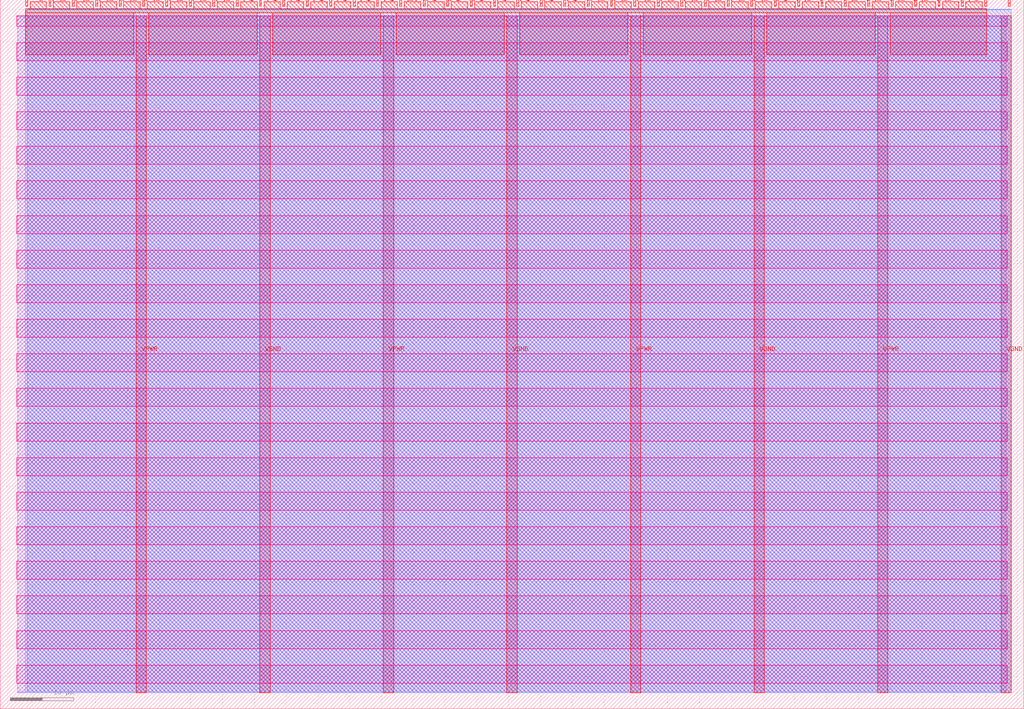
<source format=lef>
VERSION 5.7 ;
  NOWIREEXTENSIONATPIN ON ;
  DIVIDERCHAR "/" ;
  BUSBITCHARS "[]" ;
MACRO tt_um_wokwi_395599496098067457
  CLASS BLOCK ;
  FOREIGN tt_um_wokwi_395599496098067457 ;
  ORIGIN 0.000 0.000 ;
  SIZE 161.000 BY 111.520 ;
  PIN VGND
    DIRECTION INOUT ;
    USE GROUND ;
    PORT
      LAYER met4 ;
        RECT 40.830 2.480 42.430 109.040 ;
    END
    PORT
      LAYER met4 ;
        RECT 79.700 2.480 81.300 109.040 ;
    END
    PORT
      LAYER met4 ;
        RECT 118.570 2.480 120.170 109.040 ;
    END
    PORT
      LAYER met4 ;
        RECT 157.440 2.480 159.040 109.040 ;
    END
  END VGND
  PIN VPWR
    DIRECTION INOUT ;
    USE POWER ;
    PORT
      LAYER met4 ;
        RECT 21.395 2.480 22.995 109.040 ;
    END
    PORT
      LAYER met4 ;
        RECT 60.265 2.480 61.865 109.040 ;
    END
    PORT
      LAYER met4 ;
        RECT 99.135 2.480 100.735 109.040 ;
    END
    PORT
      LAYER met4 ;
        RECT 138.005 2.480 139.605 109.040 ;
    END
  END VPWR
  PIN clk
    DIRECTION INPUT ;
    USE SIGNAL ;
    ANTENNAGATEAREA 0.852000 ;
    PORT
      LAYER met4 ;
        RECT 154.870 110.520 155.170 111.520 ;
    END
  END clk
  PIN ena
    DIRECTION INPUT ;
    USE SIGNAL ;
    PORT
      LAYER met4 ;
        RECT 158.550 110.520 158.850 111.520 ;
    END
  END ena
  PIN rst_n
    DIRECTION INPUT ;
    USE SIGNAL ;
    PORT
      LAYER met4 ;
        RECT 151.190 110.520 151.490 111.520 ;
    END
  END rst_n
  PIN ui_in[0]
    DIRECTION INPUT ;
    USE SIGNAL ;
    ANTENNAGATEAREA 0.213000 ;
    PORT
      LAYER met4 ;
        RECT 147.510 110.520 147.810 111.520 ;
    END
  END ui_in[0]
  PIN ui_in[1]
    DIRECTION INPUT ;
    USE SIGNAL ;
    ANTENNAGATEAREA 0.213000 ;
    PORT
      LAYER met4 ;
        RECT 143.830 110.520 144.130 111.520 ;
    END
  END ui_in[1]
  PIN ui_in[2]
    DIRECTION INPUT ;
    USE SIGNAL ;
    PORT
      LAYER met4 ;
        RECT 140.150 110.520 140.450 111.520 ;
    END
  END ui_in[2]
  PIN ui_in[3]
    DIRECTION INPUT ;
    USE SIGNAL ;
    PORT
      LAYER met4 ;
        RECT 136.470 110.520 136.770 111.520 ;
    END
  END ui_in[3]
  PIN ui_in[4]
    DIRECTION INPUT ;
    USE SIGNAL ;
    PORT
      LAYER met4 ;
        RECT 132.790 110.520 133.090 111.520 ;
    END
  END ui_in[4]
  PIN ui_in[5]
    DIRECTION INPUT ;
    USE SIGNAL ;
    PORT
      LAYER met4 ;
        RECT 129.110 110.520 129.410 111.520 ;
    END
  END ui_in[5]
  PIN ui_in[6]
    DIRECTION INPUT ;
    USE SIGNAL ;
    PORT
      LAYER met4 ;
        RECT 125.430 110.520 125.730 111.520 ;
    END
  END ui_in[6]
  PIN ui_in[7]
    DIRECTION INPUT ;
    USE SIGNAL ;
    PORT
      LAYER met4 ;
        RECT 121.750 110.520 122.050 111.520 ;
    END
  END ui_in[7]
  PIN uio_in[0]
    DIRECTION INPUT ;
    USE SIGNAL ;
    PORT
      LAYER met4 ;
        RECT 118.070 110.520 118.370 111.520 ;
    END
  END uio_in[0]
  PIN uio_in[1]
    DIRECTION INPUT ;
    USE SIGNAL ;
    PORT
      LAYER met4 ;
        RECT 114.390 110.520 114.690 111.520 ;
    END
  END uio_in[1]
  PIN uio_in[2]
    DIRECTION INPUT ;
    USE SIGNAL ;
    PORT
      LAYER met4 ;
        RECT 110.710 110.520 111.010 111.520 ;
    END
  END uio_in[2]
  PIN uio_in[3]
    DIRECTION INPUT ;
    USE SIGNAL ;
    PORT
      LAYER met4 ;
        RECT 107.030 110.520 107.330 111.520 ;
    END
  END uio_in[3]
  PIN uio_in[4]
    DIRECTION INPUT ;
    USE SIGNAL ;
    PORT
      LAYER met4 ;
        RECT 103.350 110.520 103.650 111.520 ;
    END
  END uio_in[4]
  PIN uio_in[5]
    DIRECTION INPUT ;
    USE SIGNAL ;
    PORT
      LAYER met4 ;
        RECT 99.670 110.520 99.970 111.520 ;
    END
  END uio_in[5]
  PIN uio_in[6]
    DIRECTION INPUT ;
    USE SIGNAL ;
    PORT
      LAYER met4 ;
        RECT 95.990 110.520 96.290 111.520 ;
    END
  END uio_in[6]
  PIN uio_in[7]
    DIRECTION INPUT ;
    USE SIGNAL ;
    PORT
      LAYER met4 ;
        RECT 92.310 110.520 92.610 111.520 ;
    END
  END uio_in[7]
  PIN uio_oe[0]
    DIRECTION OUTPUT TRISTATE ;
    USE SIGNAL ;
    PORT
      LAYER met4 ;
        RECT 29.750 110.520 30.050 111.520 ;
    END
  END uio_oe[0]
  PIN uio_oe[1]
    DIRECTION OUTPUT TRISTATE ;
    USE SIGNAL ;
    PORT
      LAYER met4 ;
        RECT 26.070 110.520 26.370 111.520 ;
    END
  END uio_oe[1]
  PIN uio_oe[2]
    DIRECTION OUTPUT TRISTATE ;
    USE SIGNAL ;
    PORT
      LAYER met4 ;
        RECT 22.390 110.520 22.690 111.520 ;
    END
  END uio_oe[2]
  PIN uio_oe[3]
    DIRECTION OUTPUT TRISTATE ;
    USE SIGNAL ;
    PORT
      LAYER met4 ;
        RECT 18.710 110.520 19.010 111.520 ;
    END
  END uio_oe[3]
  PIN uio_oe[4]
    DIRECTION OUTPUT TRISTATE ;
    USE SIGNAL ;
    PORT
      LAYER met4 ;
        RECT 15.030 110.520 15.330 111.520 ;
    END
  END uio_oe[4]
  PIN uio_oe[5]
    DIRECTION OUTPUT TRISTATE ;
    USE SIGNAL ;
    PORT
      LAYER met4 ;
        RECT 11.350 110.520 11.650 111.520 ;
    END
  END uio_oe[5]
  PIN uio_oe[6]
    DIRECTION OUTPUT TRISTATE ;
    USE SIGNAL ;
    PORT
      LAYER met4 ;
        RECT 7.670 110.520 7.970 111.520 ;
    END
  END uio_oe[6]
  PIN uio_oe[7]
    DIRECTION OUTPUT TRISTATE ;
    USE SIGNAL ;
    PORT
      LAYER met4 ;
        RECT 3.990 110.520 4.290 111.520 ;
    END
  END uio_oe[7]
  PIN uio_out[0]
    DIRECTION OUTPUT TRISTATE ;
    USE SIGNAL ;
    PORT
      LAYER met4 ;
        RECT 59.190 110.520 59.490 111.520 ;
    END
  END uio_out[0]
  PIN uio_out[1]
    DIRECTION OUTPUT TRISTATE ;
    USE SIGNAL ;
    PORT
      LAYER met4 ;
        RECT 55.510 110.520 55.810 111.520 ;
    END
  END uio_out[1]
  PIN uio_out[2]
    DIRECTION OUTPUT TRISTATE ;
    USE SIGNAL ;
    PORT
      LAYER met4 ;
        RECT 51.830 110.520 52.130 111.520 ;
    END
  END uio_out[2]
  PIN uio_out[3]
    DIRECTION OUTPUT TRISTATE ;
    USE SIGNAL ;
    PORT
      LAYER met4 ;
        RECT 48.150 110.520 48.450 111.520 ;
    END
  END uio_out[3]
  PIN uio_out[4]
    DIRECTION OUTPUT TRISTATE ;
    USE SIGNAL ;
    PORT
      LAYER met4 ;
        RECT 44.470 110.520 44.770 111.520 ;
    END
  END uio_out[4]
  PIN uio_out[5]
    DIRECTION OUTPUT TRISTATE ;
    USE SIGNAL ;
    PORT
      LAYER met4 ;
        RECT 40.790 110.520 41.090 111.520 ;
    END
  END uio_out[5]
  PIN uio_out[6]
    DIRECTION OUTPUT TRISTATE ;
    USE SIGNAL ;
    PORT
      LAYER met4 ;
        RECT 37.110 110.520 37.410 111.520 ;
    END
  END uio_out[6]
  PIN uio_out[7]
    DIRECTION OUTPUT TRISTATE ;
    USE SIGNAL ;
    PORT
      LAYER met4 ;
        RECT 33.430 110.520 33.730 111.520 ;
    END
  END uio_out[7]
  PIN uo_out[0]
    DIRECTION OUTPUT TRISTATE ;
    USE SIGNAL ;
    ANTENNADIFFAREA 0.795200 ;
    PORT
      LAYER met4 ;
        RECT 88.630 110.520 88.930 111.520 ;
    END
  END uo_out[0]
  PIN uo_out[1]
    DIRECTION OUTPUT TRISTATE ;
    USE SIGNAL ;
    ANTENNADIFFAREA 0.445500 ;
    PORT
      LAYER met4 ;
        RECT 84.950 110.520 85.250 111.520 ;
    END
  END uo_out[1]
  PIN uo_out[2]
    DIRECTION OUTPUT TRISTATE ;
    USE SIGNAL ;
    ANTENNADIFFAREA 0.445500 ;
    PORT
      LAYER met4 ;
        RECT 81.270 110.520 81.570 111.520 ;
    END
  END uo_out[2]
  PIN uo_out[3]
    DIRECTION OUTPUT TRISTATE ;
    USE SIGNAL ;
    ANTENNADIFFAREA 0.445500 ;
    PORT
      LAYER met4 ;
        RECT 77.590 110.520 77.890 111.520 ;
    END
  END uo_out[3]
  PIN uo_out[4]
    DIRECTION OUTPUT TRISTATE ;
    USE SIGNAL ;
    ANTENNADIFFAREA 0.795200 ;
    PORT
      LAYER met4 ;
        RECT 73.910 110.520 74.210 111.520 ;
    END
  END uo_out[4]
  PIN uo_out[5]
    DIRECTION OUTPUT TRISTATE ;
    USE SIGNAL ;
    ANTENNADIFFAREA 0.445500 ;
    PORT
      LAYER met4 ;
        RECT 70.230 110.520 70.530 111.520 ;
    END
  END uo_out[5]
  PIN uo_out[6]
    DIRECTION OUTPUT TRISTATE ;
    USE SIGNAL ;
    ANTENNADIFFAREA 0.445500 ;
    PORT
      LAYER met4 ;
        RECT 66.550 110.520 66.850 111.520 ;
    END
  END uo_out[6]
  PIN uo_out[7]
    DIRECTION OUTPUT TRISTATE ;
    USE SIGNAL ;
    PORT
      LAYER met4 ;
        RECT 62.870 110.520 63.170 111.520 ;
    END
  END uo_out[7]
  OBS
      LAYER nwell ;
        RECT 2.570 107.385 158.430 108.990 ;
        RECT 2.570 101.945 158.430 104.775 ;
        RECT 2.570 96.505 158.430 99.335 ;
        RECT 2.570 91.065 158.430 93.895 ;
        RECT 2.570 85.625 158.430 88.455 ;
        RECT 2.570 80.185 158.430 83.015 ;
        RECT 2.570 74.745 158.430 77.575 ;
        RECT 2.570 69.305 158.430 72.135 ;
        RECT 2.570 63.865 158.430 66.695 ;
        RECT 2.570 58.425 158.430 61.255 ;
        RECT 2.570 52.985 158.430 55.815 ;
        RECT 2.570 47.545 158.430 50.375 ;
        RECT 2.570 42.105 158.430 44.935 ;
        RECT 2.570 36.665 158.430 39.495 ;
        RECT 2.570 31.225 158.430 34.055 ;
        RECT 2.570 25.785 158.430 28.615 ;
        RECT 2.570 20.345 158.430 23.175 ;
        RECT 2.570 14.905 158.430 17.735 ;
        RECT 2.570 9.465 158.430 12.295 ;
        RECT 2.570 4.025 158.430 6.855 ;
      LAYER li1 ;
        RECT 2.760 2.635 158.240 108.885 ;
      LAYER met1 ;
        RECT 2.760 2.480 159.040 109.040 ;
      LAYER met2 ;
        RECT 4.230 2.535 159.010 110.005 ;
      LAYER met3 ;
        RECT 3.950 2.555 159.030 109.985 ;
      LAYER met4 ;
        RECT 4.690 110.120 7.270 111.170 ;
        RECT 8.370 110.120 10.950 111.170 ;
        RECT 12.050 110.120 14.630 111.170 ;
        RECT 15.730 110.120 18.310 111.170 ;
        RECT 19.410 110.120 21.990 111.170 ;
        RECT 23.090 110.120 25.670 111.170 ;
        RECT 26.770 110.120 29.350 111.170 ;
        RECT 30.450 110.120 33.030 111.170 ;
        RECT 34.130 110.120 36.710 111.170 ;
        RECT 37.810 110.120 40.390 111.170 ;
        RECT 41.490 110.120 44.070 111.170 ;
        RECT 45.170 110.120 47.750 111.170 ;
        RECT 48.850 110.120 51.430 111.170 ;
        RECT 52.530 110.120 55.110 111.170 ;
        RECT 56.210 110.120 58.790 111.170 ;
        RECT 59.890 110.120 62.470 111.170 ;
        RECT 63.570 110.120 66.150 111.170 ;
        RECT 67.250 110.120 69.830 111.170 ;
        RECT 70.930 110.120 73.510 111.170 ;
        RECT 74.610 110.120 77.190 111.170 ;
        RECT 78.290 110.120 80.870 111.170 ;
        RECT 81.970 110.120 84.550 111.170 ;
        RECT 85.650 110.120 88.230 111.170 ;
        RECT 89.330 110.120 91.910 111.170 ;
        RECT 93.010 110.120 95.590 111.170 ;
        RECT 96.690 110.120 99.270 111.170 ;
        RECT 100.370 110.120 102.950 111.170 ;
        RECT 104.050 110.120 106.630 111.170 ;
        RECT 107.730 110.120 110.310 111.170 ;
        RECT 111.410 110.120 113.990 111.170 ;
        RECT 115.090 110.120 117.670 111.170 ;
        RECT 118.770 110.120 121.350 111.170 ;
        RECT 122.450 110.120 125.030 111.170 ;
        RECT 126.130 110.120 128.710 111.170 ;
        RECT 129.810 110.120 132.390 111.170 ;
        RECT 133.490 110.120 136.070 111.170 ;
        RECT 137.170 110.120 139.750 111.170 ;
        RECT 140.850 110.120 143.430 111.170 ;
        RECT 144.530 110.120 147.110 111.170 ;
        RECT 148.210 110.120 150.790 111.170 ;
        RECT 151.890 110.120 154.470 111.170 ;
        RECT 3.975 109.440 155.185 110.120 ;
        RECT 3.975 102.855 20.995 109.440 ;
        RECT 23.395 102.855 40.430 109.440 ;
        RECT 42.830 102.855 59.865 109.440 ;
        RECT 62.265 102.855 79.300 109.440 ;
        RECT 81.700 102.855 98.735 109.440 ;
        RECT 101.135 102.855 118.170 109.440 ;
        RECT 120.570 102.855 137.605 109.440 ;
        RECT 140.005 102.855 155.185 109.440 ;
  END
END tt_um_wokwi_395599496098067457
END LIBRARY


</source>
